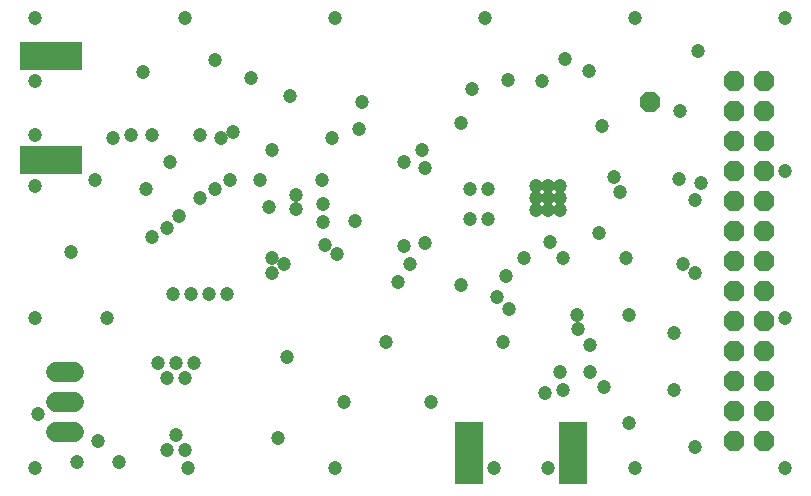
<source format=gbs>
G75*
%MOIN*%
%OFA0B0*%
%FSLAX25Y25*%
%IPPOS*%
%LPD*%
%AMOC8*
5,1,8,0,0,1.08239X$1,22.5*
%
%ADD10OC8,0.06800*%
%ADD11R,0.20800X0.09800*%
%ADD12R,0.09800X0.20800*%
%ADD13C,0.06800*%
%ADD14C,0.04737*%
D10*
X0248506Y0165506D03*
X0276506Y0162506D03*
X0276506Y0172506D03*
X0286506Y0172506D03*
X0286506Y0162506D03*
X0286506Y0152506D03*
X0286506Y0142506D03*
X0276506Y0142506D03*
X0276506Y0152506D03*
X0276506Y0132506D03*
X0286506Y0132506D03*
X0286506Y0122506D03*
X0286506Y0112506D03*
X0276506Y0112506D03*
X0276506Y0122506D03*
X0276506Y0102506D03*
X0276506Y0092506D03*
X0286506Y0092506D03*
X0286506Y0102506D03*
X0286506Y0082506D03*
X0286506Y0072506D03*
X0276506Y0072506D03*
X0276506Y0082506D03*
X0276506Y0062506D03*
X0286506Y0062506D03*
X0286506Y0052506D03*
X0276506Y0052506D03*
D11*
X0048606Y0146106D03*
X0048606Y0180906D03*
D12*
X0188106Y0048606D03*
X0222906Y0048606D03*
D13*
X0056506Y0055506D02*
X0050506Y0055506D01*
X0050506Y0065506D02*
X0056506Y0065506D01*
X0056506Y0075506D02*
X0050506Y0075506D01*
D14*
X0043506Y0043506D03*
X0057506Y0045506D03*
X0064506Y0052506D03*
X0071506Y0045506D03*
X0087506Y0049506D03*
X0090506Y0054506D03*
X0093506Y0049506D03*
X0094506Y0043506D03*
X0124506Y0053506D03*
X0143506Y0043506D03*
X0146506Y0065506D03*
X0127506Y0080506D03*
X0107506Y0101506D03*
X0101506Y0101506D03*
X0095506Y0101506D03*
X0089506Y0101506D03*
X0067506Y0093506D03*
X0084506Y0078506D03*
X0087506Y0073506D03*
X0090506Y0078506D03*
X0093506Y0073506D03*
X0096506Y0078506D03*
X0122506Y0108506D03*
X0126506Y0111506D03*
X0122506Y0113506D03*
X0140006Y0118006D03*
X0144006Y0115006D03*
X0139506Y0125506D03*
X0130506Y0130006D03*
X0130506Y0134506D03*
X0139506Y0131506D03*
X0139006Y0139506D03*
X0122506Y0149506D03*
X0109506Y0155506D03*
X0105506Y0153506D03*
X0098506Y0154506D03*
X0088506Y0145506D03*
X0082506Y0154506D03*
X0075506Y0154506D03*
X0069506Y0153506D03*
X0055506Y0146006D03*
X0049506Y0146006D03*
X0043506Y0146006D03*
X0043506Y0137506D03*
X0063506Y0139506D03*
X0080506Y0136506D03*
X0091506Y0127506D03*
X0087506Y0123506D03*
X0082506Y0120506D03*
X0098506Y0133506D03*
X0103506Y0136506D03*
X0108506Y0139506D03*
X0118506Y0139506D03*
X0121506Y0130506D03*
X0150006Y0126006D03*
X0166506Y0117506D03*
X0173506Y0118506D03*
X0168506Y0111506D03*
X0164506Y0105506D03*
X0185506Y0104506D03*
X0197506Y0100506D03*
X0201506Y0096506D03*
X0200506Y0107506D03*
X0206506Y0113506D03*
X0215006Y0119006D03*
X0219506Y0113506D03*
X0231506Y0122006D03*
X0240506Y0113506D03*
X0259506Y0111506D03*
X0263506Y0108506D03*
X0241506Y0094506D03*
X0256506Y0088506D03*
X0228506Y0084506D03*
X0224506Y0090006D03*
X0224006Y0094506D03*
X0199506Y0085506D03*
X0218506Y0075506D03*
X0219506Y0069506D03*
X0213506Y0068506D03*
X0228506Y0075506D03*
X0233006Y0070506D03*
X0241506Y0058506D03*
X0256506Y0069506D03*
X0263506Y0050506D03*
X0243506Y0043506D03*
X0223006Y0043506D03*
X0223006Y0049506D03*
X0223006Y0055506D03*
X0214506Y0043506D03*
X0196506Y0043506D03*
X0188006Y0043506D03*
X0188006Y0049506D03*
X0188006Y0055506D03*
X0175506Y0065506D03*
X0160506Y0085506D03*
X0188506Y0126506D03*
X0194506Y0126506D03*
X0194506Y0136506D03*
X0188506Y0136506D03*
X0173506Y0143506D03*
X0166506Y0145506D03*
X0172506Y0149506D03*
X0185506Y0158506D03*
X0189006Y0170006D03*
X0201006Y0173006D03*
X0212506Y0172506D03*
X0220006Y0180006D03*
X0228006Y0176006D03*
X0243506Y0193506D03*
X0264506Y0182506D03*
X0258506Y0162506D03*
X0232506Y0157506D03*
X0236506Y0140506D03*
X0238506Y0135506D03*
X0258006Y0140006D03*
X0265506Y0138506D03*
X0263506Y0133006D03*
X0293506Y0142506D03*
X0293506Y0093506D03*
X0293506Y0043506D03*
X0218506Y0129506D03*
X0218506Y0133506D03*
X0214506Y0133506D03*
X0214506Y0129506D03*
X0210506Y0129506D03*
X0210506Y0133506D03*
X0210506Y0137506D03*
X0214506Y0137506D03*
X0218506Y0137506D03*
X0151506Y0156506D03*
X0142506Y0153506D03*
X0152506Y0165506D03*
X0128506Y0167506D03*
X0115506Y0173506D03*
X0103506Y0179506D03*
X0093506Y0193506D03*
X0079506Y0175506D03*
X0055506Y0181006D03*
X0049506Y0181006D03*
X0043506Y0181006D03*
X0043506Y0172506D03*
X0043506Y0154506D03*
X0043506Y0193506D03*
X0143506Y0193506D03*
X0193506Y0193506D03*
X0293506Y0193506D03*
X0055506Y0115506D03*
X0043506Y0093506D03*
X0044506Y0061506D03*
M02*

</source>
